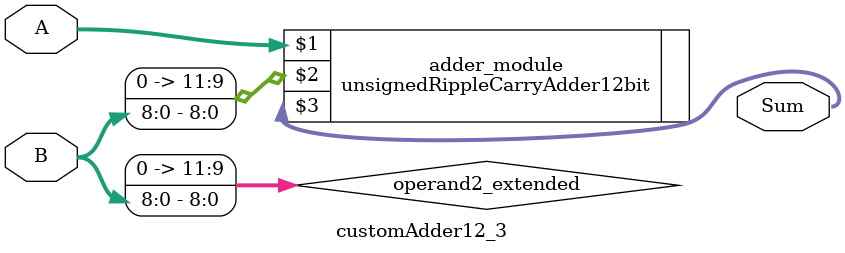
<source format=v>

module customAdder12_3(
                    input [11 : 0] A,
                    input [8 : 0] B,
                    
                    output [12 : 0] Sum
            );

    wire [11 : 0] operand2_extended;
    
    assign operand2_extended =  {3'b0, B};
    
    unsignedRippleCarryAdder12bit adder_module(
        A,
        operand2_extended,
        Sum
    );
    
endmodule
        
</source>
